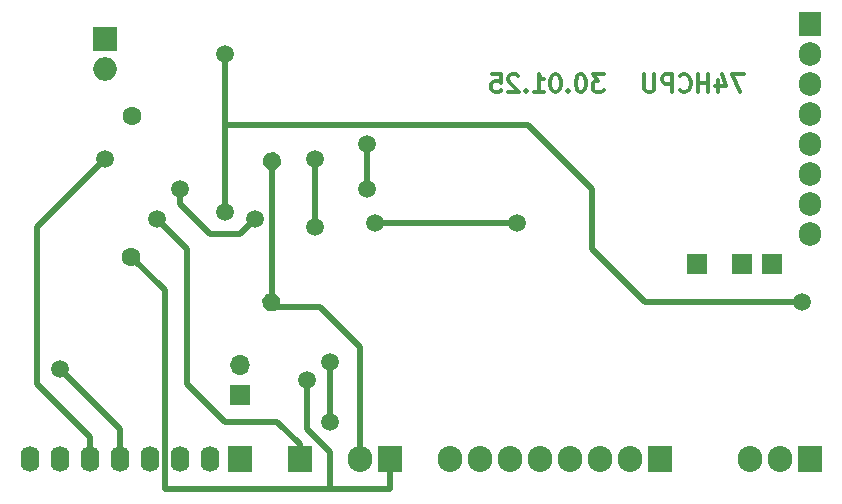
<source format=gbr>
%TF.GenerationSoftware,KiCad,Pcbnew,(5.1.8)-1*%
%TF.CreationDate,2025-01-30T22:58:19+03:00*%
%TF.ProjectId,Reg,5265672e-6b69-4636-9164-5f7063625858,rev?*%
%TF.SameCoordinates,Original*%
%TF.FileFunction,Copper,L2,Bot*%
%TF.FilePolarity,Positive*%
%FSLAX46Y46*%
G04 Gerber Fmt 4.6, Leading zero omitted, Abs format (unit mm)*
G04 Created by KiCad (PCBNEW (5.1.8)-1) date 2025-01-30 22:58:19*
%MOMM*%
%LPD*%
G01*
G04 APERTURE LIST*
%TA.AperFunction,NonConductor*%
%ADD10C,0.300000*%
%TD*%
%TA.AperFunction,ComponentPad*%
%ADD11O,1.900000X2.000000*%
%TD*%
%TA.AperFunction,ComponentPad*%
%ADD12R,1.900000X2.000000*%
%TD*%
%TA.AperFunction,ComponentPad*%
%ADD13R,1.700000X1.700000*%
%TD*%
%TA.AperFunction,ComponentPad*%
%ADD14C,1.600000*%
%TD*%
%TA.AperFunction,ComponentPad*%
%ADD15R,2.100000X2.200000*%
%TD*%
%TA.AperFunction,ComponentPad*%
%ADD16O,1.600000X2.200000*%
%TD*%
%TA.AperFunction,ComponentPad*%
%ADD17O,2.100000X2.200000*%
%TD*%
%TA.AperFunction,ComponentPad*%
%ADD18O,2.000000X2.000000*%
%TD*%
%TA.AperFunction,ComponentPad*%
%ADD19R,2.000000X2.000000*%
%TD*%
%TA.AperFunction,ComponentPad*%
%ADD20O,1.700000X1.700000*%
%TD*%
%TA.AperFunction,ViaPad*%
%ADD21C,1.500000*%
%TD*%
%TA.AperFunction,Conductor*%
%ADD22C,0.500000*%
%TD*%
G04 APERTURE END LIST*
D10*
X101940714Y-20768571D02*
X101012142Y-20768571D01*
X101512142Y-21340000D01*
X101297857Y-21340000D01*
X101155000Y-21411428D01*
X101083571Y-21482857D01*
X101012142Y-21625714D01*
X101012142Y-21982857D01*
X101083571Y-22125714D01*
X101155000Y-22197142D01*
X101297857Y-22268571D01*
X101726428Y-22268571D01*
X101869285Y-22197142D01*
X101940714Y-22125714D01*
X100083571Y-20768571D02*
X99940714Y-20768571D01*
X99797857Y-20840000D01*
X99726428Y-20911428D01*
X99655000Y-21054285D01*
X99583571Y-21340000D01*
X99583571Y-21697142D01*
X99655000Y-21982857D01*
X99726428Y-22125714D01*
X99797857Y-22197142D01*
X99940714Y-22268571D01*
X100083571Y-22268571D01*
X100226428Y-22197142D01*
X100297857Y-22125714D01*
X100369285Y-21982857D01*
X100440714Y-21697142D01*
X100440714Y-21340000D01*
X100369285Y-21054285D01*
X100297857Y-20911428D01*
X100226428Y-20840000D01*
X100083571Y-20768571D01*
X98940714Y-22125714D02*
X98869285Y-22197142D01*
X98940714Y-22268571D01*
X99012142Y-22197142D01*
X98940714Y-22125714D01*
X98940714Y-22268571D01*
X97940714Y-20768571D02*
X97797857Y-20768571D01*
X97655000Y-20840000D01*
X97583571Y-20911428D01*
X97512142Y-21054285D01*
X97440714Y-21340000D01*
X97440714Y-21697142D01*
X97512142Y-21982857D01*
X97583571Y-22125714D01*
X97655000Y-22197142D01*
X97797857Y-22268571D01*
X97940714Y-22268571D01*
X98083571Y-22197142D01*
X98155000Y-22125714D01*
X98226428Y-21982857D01*
X98297857Y-21697142D01*
X98297857Y-21340000D01*
X98226428Y-21054285D01*
X98155000Y-20911428D01*
X98083571Y-20840000D01*
X97940714Y-20768571D01*
X96012142Y-22268571D02*
X96869285Y-22268571D01*
X96440714Y-22268571D02*
X96440714Y-20768571D01*
X96583571Y-20982857D01*
X96726428Y-21125714D01*
X96869285Y-21197142D01*
X95369285Y-22125714D02*
X95297857Y-22197142D01*
X95369285Y-22268571D01*
X95440714Y-22197142D01*
X95369285Y-22125714D01*
X95369285Y-22268571D01*
X94726428Y-20911428D02*
X94655000Y-20840000D01*
X94512142Y-20768571D01*
X94155000Y-20768571D01*
X94012142Y-20840000D01*
X93940714Y-20911428D01*
X93869285Y-21054285D01*
X93869285Y-21197142D01*
X93940714Y-21411428D01*
X94797857Y-22268571D01*
X93869285Y-22268571D01*
X92512142Y-20768571D02*
X93226428Y-20768571D01*
X93297857Y-21482857D01*
X93226428Y-21411428D01*
X93083571Y-21340000D01*
X92726428Y-21340000D01*
X92583571Y-21411428D01*
X92512142Y-21482857D01*
X92440714Y-21625714D01*
X92440714Y-21982857D01*
X92512142Y-22125714D01*
X92583571Y-22197142D01*
X92726428Y-22268571D01*
X93083571Y-22268571D01*
X93226428Y-22197142D01*
X93297857Y-22125714D01*
X113823214Y-20768571D02*
X112823214Y-20768571D01*
X113466071Y-22268571D01*
X111608928Y-21268571D02*
X111608928Y-22268571D01*
X111966071Y-20697142D02*
X112323214Y-21768571D01*
X111394642Y-21768571D01*
X110823214Y-22268571D02*
X110823214Y-20768571D01*
X110823214Y-21482857D02*
X109966071Y-21482857D01*
X109966071Y-22268571D02*
X109966071Y-20768571D01*
X108394642Y-22125714D02*
X108466071Y-22197142D01*
X108680357Y-22268571D01*
X108823214Y-22268571D01*
X109037500Y-22197142D01*
X109180357Y-22054285D01*
X109251785Y-21911428D01*
X109323214Y-21625714D01*
X109323214Y-21411428D01*
X109251785Y-21125714D01*
X109180357Y-20982857D01*
X109037500Y-20840000D01*
X108823214Y-20768571D01*
X108680357Y-20768571D01*
X108466071Y-20840000D01*
X108394642Y-20911428D01*
X107751785Y-22268571D02*
X107751785Y-20768571D01*
X107180357Y-20768571D01*
X107037500Y-20840000D01*
X106966071Y-20911428D01*
X106894642Y-21054285D01*
X106894642Y-21268571D01*
X106966071Y-21411428D01*
X107037500Y-21482857D01*
X107180357Y-21554285D01*
X107751785Y-21554285D01*
X106251785Y-20768571D02*
X106251785Y-21982857D01*
X106180357Y-22125714D01*
X106108928Y-22197142D01*
X105966071Y-22268571D01*
X105680357Y-22268571D01*
X105537500Y-22197142D01*
X105466071Y-22125714D01*
X105394642Y-21982857D01*
X105394642Y-20768571D01*
D11*
%TO.P,J11,8*%
%TO.N,/AQ0*%
X119380000Y-34290000D03*
%TO.P,J11,7*%
%TO.N,/AQ1*%
X119380000Y-31750000D03*
%TO.P,J11,6*%
%TO.N,/AQ2*%
X119380000Y-29210000D03*
%TO.P,J11,5*%
%TO.N,/AQ3*%
X119380000Y-26670000D03*
%TO.P,J11,4*%
%TO.N,/AQ4*%
X119380000Y-24130000D03*
%TO.P,J11,3*%
%TO.N,/AQ5*%
X119380000Y-21590000D03*
%TO.P,J11,2*%
%TO.N,/AQ6*%
X119380000Y-19050000D03*
D12*
%TO.P,J11,1*%
%TO.N,/AQ7*%
X119380000Y-16510000D03*
%TD*%
D13*
%TO.P,J10,1*%
%TO.N,Net-(J10-Pad1)*%
X113665000Y-36830000D03*
%TD*%
%TO.P,J9,1*%
%TO.N,/~MLOAD*%
X109855000Y-36830000D03*
%TD*%
%TO.P,J8,1*%
%TO.N,/MLOAD*%
X116205000Y-36830000D03*
%TD*%
%TO.P,C3,2*%
%TO.N,GND*%
%TA.AperFunction,ComponentPad*%
G36*
G01*
X73039861Y-39810498D02*
X73039861Y-39810498D01*
G75*
G02*
X74047920Y-39296867I760845J-247214D01*
G01*
X74047920Y-39296867D01*
G75*
G02*
X74561551Y-40304926I-247214J-760845D01*
G01*
X74561551Y-40304926D01*
G75*
G02*
X73553492Y-40818557I-760845J247214D01*
G01*
X73553492Y-40818557D01*
G75*
G02*
X73039861Y-39810498I247214J760845D01*
G01*
G37*
%TD.AperFunction*%
D14*
%TO.P,C3,1*%
%TO.N,VCC*%
X61912500Y-36195000D03*
%TD*%
%TO.P,C1,2*%
%TO.N,GND*%
%TA.AperFunction,ComponentPad*%
G36*
G01*
X73103361Y-27872498D02*
X73103361Y-27872498D01*
G75*
G02*
X74111420Y-27358867I760845J-247214D01*
G01*
X74111420Y-27358867D01*
G75*
G02*
X74625051Y-28366926I-247214J-760845D01*
G01*
X74625051Y-28366926D01*
G75*
G02*
X73616992Y-28880557I-760845J247214D01*
G01*
X73616992Y-28880557D01*
G75*
G02*
X73103361Y-27872498I247214J760845D01*
G01*
G37*
%TD.AperFunction*%
%TO.P,C1,1*%
%TO.N,VCC*%
X61976000Y-24257000D03*
%TD*%
D15*
%TO.P,J1,1*%
%TO.N,/D0*%
X71120000Y-53340000D03*
D16*
%TO.P,J1,2*%
%TO.N,/D1*%
X68580000Y-53340000D03*
%TO.P,J1,3*%
%TO.N,/D2*%
X66040000Y-53340000D03*
%TO.P,J1,4*%
%TO.N,/D3*%
X63500000Y-53340000D03*
%TO.P,J1,5*%
%TO.N,/D4*%
X60960000Y-53340000D03*
%TO.P,J1,6*%
%TO.N,/D5*%
X58420000Y-53340000D03*
%TO.P,J1,7*%
%TO.N,/D6*%
X55880000Y-53340000D03*
%TO.P,J1,8*%
%TO.N,/D7*%
X53340000Y-53340000D03*
%TD*%
D17*
%TO.P,J2,8*%
%TO.N,/Q0*%
X88900000Y-53340000D03*
%TO.P,J2,7*%
%TO.N,/Q1*%
X91440000Y-53340000D03*
%TO.P,J2,6*%
%TO.N,/Q2*%
X93980000Y-53340000D03*
%TO.P,J2,5*%
%TO.N,/Q3*%
X96520000Y-53340000D03*
%TO.P,J2,4*%
%TO.N,/Q4*%
X99060000Y-53340000D03*
%TO.P,J2,3*%
%TO.N,/Q5*%
X101600000Y-53340000D03*
%TO.P,J2,2*%
%TO.N,/Q6*%
X104140000Y-53340000D03*
D15*
%TO.P,J2,1*%
%TO.N,/Q7*%
X106680000Y-53340000D03*
%TD*%
%TO.P,J3,1*%
%TO.N,VCC*%
X83820000Y-53340000D03*
D17*
%TO.P,J3,2*%
%TO.N,GND*%
X81280000Y-53340000D03*
%TD*%
D15*
%TO.P,J4,1*%
%TO.N,/~Row*%
X119380000Y-53340000D03*
D17*
%TO.P,J4,2*%
%TO.N,/~Col*%
X116840000Y-53340000D03*
%TO.P,J4,3*%
%TO.N,/~CS*%
X114300000Y-53340000D03*
%TD*%
D18*
%TO.P,J5,2*%
%TO.N,/DownOut*%
X59690000Y-20320000D03*
D19*
%TO.P,J5,1*%
%TO.N,/UpOut*%
X59690000Y-17780000D03*
%TD*%
D13*
%TO.P,J6,1*%
%TO.N,/Down*%
X71120000Y-47942500D03*
D20*
%TO.P,J6,2*%
%TO.N,/Up*%
X71120000Y-45402500D03*
%TD*%
D15*
%TO.P,J7,1*%
%TO.N,/Res*%
X76200000Y-53340000D03*
%TD*%
D21*
%TO.N,VCC*%
X76835000Y-46672500D03*
%TO.N,/D5*%
X59690000Y-27940000D03*
%TO.N,/D4*%
X55880000Y-45720000D03*
%TO.N,Net-(R1-Pad1)*%
X94615000Y-33337500D03*
X82550000Y-33337500D03*
%TO.N,/L1*%
X78740000Y-45085000D03*
X78740000Y-50165000D03*
%TO.N,/L4*%
X72390000Y-33020000D03*
X66040000Y-30480000D03*
%TO.N,/L5*%
X77470000Y-27940000D03*
X77470000Y-33655000D03*
%TO.N,/L6*%
X81915000Y-30480000D03*
X81915000Y-26670000D03*
%TO.N,/Res*%
X64135000Y-33020000D03*
%TO.N,/~LOAD*%
X69850000Y-19050000D03*
X118745000Y-40005000D03*
X69850000Y-32385000D03*
%TD*%
D22*
%TO.N,VCC*%
X83820000Y-55880000D02*
X83820000Y-53340000D01*
X78740000Y-55880000D02*
X83820000Y-55880000D01*
X78740000Y-53022500D02*
X78740000Y-55880000D01*
X78740000Y-52705000D02*
X78740000Y-53022500D01*
X76835000Y-50800000D02*
X78740000Y-52705000D01*
X76835000Y-46355000D02*
X76835000Y-50800000D01*
X64770000Y-39052500D02*
X61912500Y-36195000D01*
X64770000Y-55880000D02*
X64770000Y-39052500D01*
X78740000Y-55880000D02*
X64770000Y-55880000D01*
%TO.N,GND*%
X81280000Y-43815000D02*
X81280000Y-53340000D01*
X77903712Y-40438712D02*
X81280000Y-43815000D01*
X73800706Y-40438712D02*
X77903712Y-40438712D01*
X73864206Y-40375212D02*
X73800706Y-40438712D01*
X73864206Y-28119712D02*
X73864206Y-40375212D01*
%TO.N,/D5*%
X58420000Y-51435000D02*
X58420000Y-53340000D01*
X53975000Y-46990000D02*
X58420000Y-51435000D01*
X53975000Y-33655000D02*
X53975000Y-46990000D01*
X59690000Y-27940000D02*
X53975000Y-33655000D01*
%TO.N,/D4*%
X55880000Y-45720000D02*
X60960000Y-50800000D01*
X60960000Y-53340000D02*
X60960000Y-50800000D01*
%TO.N,Net-(R1-Pad1)*%
X82550000Y-33337500D02*
X94615000Y-33337500D01*
%TO.N,/L1*%
X78740000Y-45085000D02*
X78740000Y-50165000D01*
%TO.N,/L4*%
X69215000Y-34290000D02*
X68580000Y-34290000D01*
X68580000Y-34290000D02*
X66040000Y-31750000D01*
X66040000Y-31750000D02*
X66040000Y-30480000D01*
X66040000Y-30480000D02*
X66040000Y-30480000D01*
X71120000Y-34290000D02*
X72390000Y-33020000D01*
X71120000Y-34290000D02*
X69215000Y-34290000D01*
%TO.N,/L5*%
X77470000Y-27940000D02*
X77470000Y-33655000D01*
%TO.N,/L6*%
X81915000Y-26670000D02*
X81915000Y-30480000D01*
%TO.N,/Res*%
X74295000Y-50165000D02*
X76200000Y-52070000D01*
X76200000Y-52070000D02*
X76200000Y-53340000D01*
X69850000Y-50165000D02*
X74295000Y-50165000D01*
X65405000Y-34290000D02*
X64135000Y-33020000D01*
X66675000Y-35560000D02*
X65405000Y-34290000D01*
X66675000Y-46990000D02*
X66675000Y-35560000D01*
X66675000Y-46990000D02*
X69850000Y-50165000D01*
%TO.N,/~LOAD*%
X69850000Y-25082500D02*
X69850000Y-32385000D01*
X69850000Y-19050000D02*
X69850000Y-25082500D01*
X105410000Y-40005000D02*
X118745000Y-40005000D01*
X100965000Y-35560000D02*
X105410000Y-40005000D01*
X100965000Y-30480000D02*
X100965000Y-35560000D01*
X95567500Y-25082500D02*
X100965000Y-30480000D01*
X69850000Y-25082500D02*
X95567500Y-25082500D01*
%TD*%
M02*

</source>
